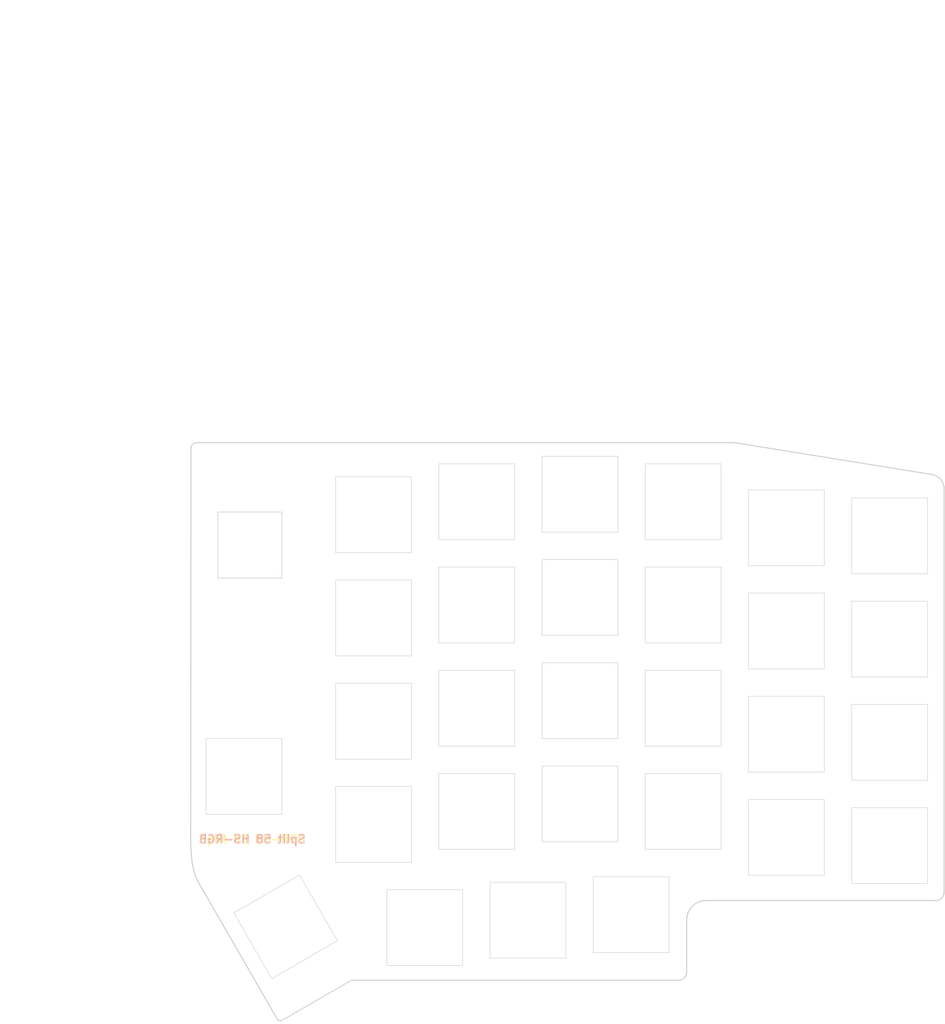
<source format=kicad_pcb>
(kicad_pcb (version 20171130) (host pcbnew "(5.1.6)-1")

  (general
    (thickness 1.6)
    (drawings 64)
    (tracks 0)
    (zones 0)
    (modules 35)
    (nets 2)
  )

  (page A4)
  (title_block
    (title "(Not!)Lily58")
    (date 2020-11-12)
    (rev 0.9)
    (company "Markus Knutsson <markus.knutsson@tweety.se>")
    (comment 1 https://github.com/TweetyDaBird)
    (comment 2 "Licensed under CERN-OHL-S v2 or any superseding version")
  )

  (layers
    (0 F.Cu signal)
    (31 B.Cu signal)
    (32 B.Adhes user)
    (33 F.Adhes user)
    (34 B.Paste user)
    (35 F.Paste user)
    (36 B.SilkS user)
    (37 F.SilkS user)
    (38 B.Mask user)
    (39 F.Mask user)
    (40 Dwgs.User user)
    (41 Cmts.User user)
    (42 Eco1.User user)
    (43 Eco2.User user)
    (44 Edge.Cuts user)
    (45 Margin user)
    (46 B.CrtYd user)
    (47 F.CrtYd user)
    (48 B.Fab user)
    (49 F.Fab user)
  )

  (setup
    (last_trace_width 0.25)
    (user_trace_width 2.5)
    (trace_clearance 0.2)
    (zone_clearance 0.508)
    (zone_45_only no)
    (trace_min 0.2)
    (via_size 0.6096)
    (via_drill 0.3048)
    (via_min_size 0.4)
    (via_min_drill 0.3)
    (uvia_size 0.3)
    (uvia_drill 0.1)
    (uvias_allowed no)
    (uvia_min_size 0.2)
    (uvia_min_drill 0.1)
    (edge_width 0.15)
    (segment_width 0.2)
    (pcb_text_width 0.3)
    (pcb_text_size 1.5 1.5)
    (mod_edge_width 0.15)
    (mod_text_size 1 1)
    (mod_text_width 0.15)
    (pad_size 1.397 1.397)
    (pad_drill 0.8128)
    (pad_to_mask_clearance 0.2)
    (aux_axis_origin 76.0603 36.6903)
    (visible_elements 7FFFFF7F)
    (pcbplotparams
      (layerselection 0x010f0_ffffffff)
      (usegerberextensions true)
      (usegerberattributes false)
      (usegerberadvancedattributes false)
      (creategerberjobfile false)
      (excludeedgelayer true)
      (linewidth 0.100000)
      (plotframeref false)
      (viasonmask false)
      (mode 1)
      (useauxorigin false)
      (hpglpennumber 1)
      (hpglpenspeed 20)
      (hpglpendiameter 15.000000)
      (psnegative false)
      (psa4output false)
      (plotreference true)
      (plotvalue true)
      (plotinvisibletext false)
      (padsonsilk false)
      (subtractmaskfromsilk true)
      (outputformat 1)
      (mirror false)
      (drillshape 0)
      (scaleselection 1)
      (outputdirectory "../gerber/"))
  )

  (net 0 "")
  (net 1 GND)

  (net_class Default "これは標準のネット クラスです。"
    (clearance 0.2)
    (trace_width 0.25)
    (via_dia 0.6096)
    (via_drill 0.3048)
    (uvia_dia 0.3)
    (uvia_drill 0.1)
  )

  (net_class GND ""
    (clearance 0.2)
    (trace_width 0.5)
    (via_dia 0.8128)
    (via_drill 0.3048)
    (uvia_dia 0.3)
    (uvia_drill 0.1)
  )

  (net_class VCC ""
    (clearance 0.2)
    (trace_width 0.5)
    (via_dia 0.8128)
    (via_drill 0.3048)
    (uvia_dia 0.3)
    (uvia_drill 0.1)
  )

  (module "Keyboard Library:Cherry_MX_Plate_Hole_Placeholder" (layer F.Cu) (tedit 5FD3380A) (tstamp 5D2E3A3E)
    (at 114.4 88.1)
    (descr "MX-style keyswitch with reversible Kailh socket mount")
    (tags MX,cherry,gateron,kailh,pg1511,socket)
    (path /5B7250AD)
    (fp_text reference SW13 (at -0.127 8.382) (layer F.SilkS) hide
      (effects (font (size 1 1) (thickness 0.15)))
    )
    (fp_text value SW_PUSH (at 0.0254 -8.255) (layer F.Fab) hide
      (effects (font (size 1 1) (thickness 0.15)))
    )
    (fp_text user %V (at 0 -8.255 180) (layer B.Fab) hide
      (effects (font (size 1 1) (thickness 0.15)) (justify mirror))
    )
    (fp_line (start -7 7) (end -7 -7) (layer Edge.Cuts) (width 0.1))
    (fp_line (start 7 7) (end -7 7) (layer Edge.Cuts) (width 0.1))
    (fp_line (start 7 7) (end 7 -7) (layer Edge.Cuts) (width 0.1))
    (fp_line (start 7 -7) (end -7.000122 -7.000057) (layer Edge.Cuts) (width 0.1))
  )

  (module "Keyboard Library:Cherry_MX_Plate_Hole_Placeholder" (layer F.Cu) (tedit 5FD3380A) (tstamp 5D2E3B8E)
    (at 161.95 123.8)
    (descr "MX-style keyswitch with reversible Kailh socket mount")
    (tags MX,cherry,gateron,kailh,pg1511,socket)
    (path /5B73449B)
    (fp_text reference SW29 (at -0.127 8.382) (layer F.SilkS) hide
      (effects (font (size 1 1) (thickness 0.15)))
    )
    (fp_text value SW_PUSH (at 0.0254 -8.255) (layer F.Fab) hide
      (effects (font (size 1 1) (thickness 0.15)))
    )
    (fp_text user %V (at 0 -8.255 180) (layer B.Fab) hide
      (effects (font (size 1 1) (thickness 0.15)) (justify mirror))
    )
    (fp_line (start -7 7) (end -7 -7) (layer Edge.Cuts) (width 0.1))
    (fp_line (start 7 7) (end -7 7) (layer Edge.Cuts) (width 0.1))
    (fp_line (start 7 7) (end 7 -7) (layer Edge.Cuts) (width 0.1))
    (fp_line (start 7 -7) (end -7.000122 -7.000057) (layer Edge.Cuts) (width 0.1))
  )

  (module "Keyboard Library:Cherry_MX_Plate_Hole_Placeholder" (layer F.Cu) (tedit 5FD3380A) (tstamp 5D2E39EA)
    (at 152.5 65.26)
    (descr "MX-style keyswitch with reversible Kailh socket mount")
    (tags MX,cherry,gateron,kailh,pg1511,socket)
    (path /5B723731)
    (fp_text reference SW9 (at -0.127 8.382) (layer F.SilkS) hide
      (effects (font (size 1 1) (thickness 0.15)))
    )
    (fp_text value SW_PUSH (at 0.0254 -8.255) (layer F.Fab) hide
      (effects (font (size 1 1) (thickness 0.15)))
    )
    (fp_text user %V (at 0 -8.255 180) (layer B.Fab) hide
      (effects (font (size 1 1) (thickness 0.15)) (justify mirror))
    )
    (fp_line (start -7 7) (end -7 -7) (layer Edge.Cuts) (width 0.1))
    (fp_line (start 7 7) (end -7 7) (layer Edge.Cuts) (width 0.1))
    (fp_line (start 7 7) (end 7 -7) (layer Edge.Cuts) (width 0.1))
    (fp_line (start 7 -7) (end -7.000122 -7.000057) (layer Edge.Cuts) (width 0.1))
  )

  (module "Keyboard Library:Cherry_MX_Plate_Hole_Placeholder" (layer F.Cu) (tedit 5FD3380A) (tstamp 5D2E39D5)
    (at 133.45 66.65)
    (descr "MX-style keyswitch with reversible Kailh socket mount")
    (tags MX,cherry,gateron,kailh,pg1511,socket)
    (path /5B723388)
    (fp_text reference SW8 (at -0.127 8.382) (layer F.SilkS) hide
      (effects (font (size 1 1) (thickness 0.15)))
    )
    (fp_text value SW_PUSH (at 0.0254 -8.255) (layer F.Fab) hide
      (effects (font (size 1 1) (thickness 0.15)))
    )
    (fp_text user %V (at 0 -8.255 180) (layer B.Fab) hide
      (effects (font (size 1 1) (thickness 0.15)) (justify mirror))
    )
    (fp_line (start -7 7) (end -7 -7) (layer Edge.Cuts) (width 0.1))
    (fp_line (start 7 7) (end -7 7) (layer Edge.Cuts) (width 0.1))
    (fp_line (start 7 7) (end 7 -7) (layer Edge.Cuts) (width 0.1))
    (fp_line (start 7 -7) (end -7.000122 -7.000057) (layer Edge.Cuts) (width 0.1))
  )

  (module "Keyboard Library:Cherry_MX_Plate_Hole_Placeholder" (layer F.Cu) (tedit 5FD3380A) (tstamp 5D2E3A14)
    (at 190.6 71.45)
    (descr "MX-style keyswitch with reversible Kailh socket mount")
    (tags MX,cherry,gateron,kailh,pg1511,socket)
    (path /5B72387D)
    (fp_text reference SW11 (at -0.127 8.382) (layer F.SilkS) hide
      (effects (font (size 1 1) (thickness 0.15)))
    )
    (fp_text value SW_PUSH (at 0.0254 -8.255) (layer F.Fab) hide
      (effects (font (size 1 1) (thickness 0.15)))
    )
    (fp_text user %V (at 0 -8.255 180) (layer B.Fab) hide
      (effects (font (size 1 1) (thickness 0.15)) (justify mirror))
    )
    (fp_line (start -7 7) (end -7 -7) (layer Edge.Cuts) (width 0.1))
    (fp_line (start 7 7) (end -7 7) (layer Edge.Cuts) (width 0.1))
    (fp_line (start 7 7) (end 7 -7) (layer Edge.Cuts) (width 0.1))
    (fp_line (start 7 -7) (end -7.000122 -7.000057) (layer Edge.Cuts) (width 0.1))
  )

  (module "Keyboard Library:Cherry_MX_Plate_Hole_Placeholder" (layer F.Cu) (tedit 5FD3380A) (tstamp 5D2E39C0)
    (at 114.4 69.05)
    (descr "MX-style keyswitch with reversible Kailh socket mount")
    (tags MX,cherry,gateron,kailh,pg1511,socket)
    (path /5B723C9D)
    (fp_text reference SW7 (at -0.127 8.382) (layer F.SilkS) hide
      (effects (font (size 1 1) (thickness 0.15)))
    )
    (fp_text value SW_PUSH (at 0.0254 -8.255) (layer F.Fab) hide
      (effects (font (size 1 1) (thickness 0.15)))
    )
    (fp_text user %V (at 0 -8.255 180) (layer B.Fab) hide
      (effects (font (size 1 1) (thickness 0.15)) (justify mirror))
    )
    (fp_line (start -7 7) (end -7 -7) (layer Edge.Cuts) (width 0.1))
    (fp_line (start 7 7) (end -7 7) (layer Edge.Cuts) (width 0.1))
    (fp_line (start 7 7) (end 7 -7) (layer Edge.Cuts) (width 0.1))
    (fp_line (start 7 -7) (end -7.000122 -7.000057) (layer Edge.Cuts) (width 0.1))
  )

  (module "Keyboard Library:Cherry_MX_Plate_Hole_Placeholder" (layer F.Cu) (tedit 5FD3380A) (tstamp 5D2E3A68)
    (at 152.5 84.31)
    (descr "MX-style keyswitch with reversible Kailh socket mount")
    (tags MX,cherry,gateron,kailh,pg1511,socket)
    (path /5B7251BF)
    (fp_text reference SW15 (at -0.127 8.382) (layer F.SilkS) hide
      (effects (font (size 1 1) (thickness 0.15)))
    )
    (fp_text value SW_PUSH (at 0.0254 -8.255) (layer F.Fab) hide
      (effects (font (size 1 1) (thickness 0.15)))
    )
    (fp_text user %V (at 0 -8.255 180) (layer B.Fab) hide
      (effects (font (size 1 1) (thickness 0.15)) (justify mirror))
    )
    (fp_line (start -7 7) (end -7 -7) (layer Edge.Cuts) (width 0.1))
    (fp_line (start 7 7) (end -7 7) (layer Edge.Cuts) (width 0.1))
    (fp_line (start 7 7) (end 7 -7) (layer Edge.Cuts) (width 0.1))
    (fp_line (start 7 -7) (end -7.000122 -7.000057) (layer Edge.Cuts) (width 0.1))
  )

  (module "Keyboard Library:Cherry_MX_Plate_Hole_Placeholder" (layer F.Cu) (tedit 5FD3380A) (tstamp 5D2E3ABC)
    (at 114.4 107.15)
    (descr "MX-style keyswitch with reversible Kailh socket mount")
    (tags MX,cherry,gateron,kailh,pg1511,socket)
    (path /5B727312)
    (fp_text reference SW19 (at -0.127 8.382) (layer F.SilkS) hide
      (effects (font (size 1 1) (thickness 0.15)))
    )
    (fp_text value SW_PUSH (at 0.0254 -8.255) (layer F.Fab) hide
      (effects (font (size 1 1) (thickness 0.15)))
    )
    (fp_text user %V (at 0 -8.255 180) (layer B.Fab) hide
      (effects (font (size 1 1) (thickness 0.15)) (justify mirror))
    )
    (fp_line (start -7 7) (end -7 -7) (layer Edge.Cuts) (width 0.1))
    (fp_line (start 7 7) (end -7 7) (layer Edge.Cuts) (width 0.1))
    (fp_line (start 7 7) (end 7 -7) (layer Edge.Cuts) (width 0.1))
    (fp_line (start 7 -7) (end -7.000122 -7.000057) (layer Edge.Cuts) (width 0.1))
  )

  (module "Keyboard Library:Cherry_MX_Plate_Hole_Placeholder" (layer F.Cu) (tedit 5FD3380A) (tstamp 5D2E3B10)
    (at 190.6 109.55)
    (descr "MX-style keyswitch with reversible Kailh socket mount")
    (tags MX,cherry,gateron,kailh,pg1511,socket)
    (path /5B7270F6)
    (fp_text reference SW23 (at -0.127 8.382) (layer F.SilkS) hide
      (effects (font (size 1 1) (thickness 0.15)))
    )
    (fp_text value SW_PUSH (at 0.0254 -8.255) (layer F.Fab) hide
      (effects (font (size 1 1) (thickness 0.15)))
    )
    (fp_text user %V (at 0 -8.255 180) (layer B.Fab) hide
      (effects (font (size 1 1) (thickness 0.15)) (justify mirror))
    )
    (fp_line (start -7 7) (end -7 -7) (layer Edge.Cuts) (width 0.1))
    (fp_line (start 7 7) (end -7 7) (layer Edge.Cuts) (width 0.1))
    (fp_line (start 7 7) (end 7 -7) (layer Edge.Cuts) (width 0.1))
    (fp_line (start 7 -7) (end -7.000122 -7.000057) (layer Edge.Cuts) (width 0.1))
  )

  (module "Keyboard Library:Cherry_MX_Plate_Hole_Placeholder" (layer F.Cu) (tedit 5FD3380A) (tstamp 5D2E3A53)
    (at 133.45 85.7)
    (descr "MX-style keyswitch with reversible Kailh socket mount")
    (tags MX,cherry,gateron,kailh,pg1511,socket)
    (path /5B725133)
    (fp_text reference SW14 (at -0.127 8.382) (layer F.SilkS) hide
      (effects (font (size 1 1) (thickness 0.15)))
    )
    (fp_text value SW_PUSH (at 0.0254 -8.255) (layer F.Fab) hide
      (effects (font (size 1 1) (thickness 0.15)))
    )
    (fp_text user %V (at 0 -8.255 180) (layer B.Fab) hide
      (effects (font (size 1 1) (thickness 0.15)) (justify mirror))
    )
    (fp_line (start -7 7) (end -7 -7) (layer Edge.Cuts) (width 0.1))
    (fp_line (start 7 7) (end -7 7) (layer Edge.Cuts) (width 0.1))
    (fp_line (start 7 7) (end 7 -7) (layer Edge.Cuts) (width 0.1))
    (fp_line (start 7 -7) (end -7.000122 -7.000057) (layer Edge.Cuts) (width 0.1))
  )

  (module "Keyboard Library:Cherry_MX_Plate_Hole_Placeholder" (layer F.Cu) (tedit 5FD3380A) (tstamp 5D2E39FF)
    (at 171.55 66.65)
    (descr "MX-style keyswitch with reversible Kailh socket mount")
    (tags MX,cherry,gateron,kailh,pg1511,socket)
    (path /5B7237A6)
    (fp_text reference SW10 (at -0.127 8.382) (layer F.SilkS) hide
      (effects (font (size 1 1) (thickness 0.15)))
    )
    (fp_text value SW_PUSH (at 0.0254 -8.255) (layer F.Fab) hide
      (effects (font (size 1 1) (thickness 0.15)))
    )
    (fp_text user %V (at 0 -8.255 180) (layer B.Fab) hide
      (effects (font (size 1 1) (thickness 0.15)) (justify mirror))
    )
    (fp_line (start -7 7) (end -7 -7) (layer Edge.Cuts) (width 0.1))
    (fp_line (start 7 7) (end -7 7) (layer Edge.Cuts) (width 0.1))
    (fp_line (start 7 7) (end 7 -7) (layer Edge.Cuts) (width 0.1))
    (fp_line (start 7 -7) (end -7.000122 -7.000057) (layer Edge.Cuts) (width 0.1))
  )

  (module "Keyboard Library:Cherry_MX_Plate_Hole_Placeholder" (layer F.Cu) (tedit 5FD3380A) (tstamp 5D2E3AD1)
    (at 133.45 104.75)
    (descr "MX-style keyswitch with reversible Kailh socket mount")
    (tags MX,cherry,gateron,kailh,pg1511,socket)
    (path /5B727256)
    (fp_text reference SW20 (at -0.127 8.382) (layer F.SilkS) hide
      (effects (font (size 1 1) (thickness 0.15)))
    )
    (fp_text value SW_PUSH (at 0.0254 -8.255) (layer F.Fab) hide
      (effects (font (size 1 1) (thickness 0.15)))
    )
    (fp_text user %V (at 0 -8.255 180) (layer B.Fab) hide
      (effects (font (size 1 1) (thickness 0.15)) (justify mirror))
    )
    (fp_line (start -7 7) (end -7 -7) (layer Edge.Cuts) (width 0.1))
    (fp_line (start 7 7) (end -7 7) (layer Edge.Cuts) (width 0.1))
    (fp_line (start 7 7) (end 7 -7) (layer Edge.Cuts) (width 0.1))
    (fp_line (start 7 -7) (end -7.000122 -7.000057) (layer Edge.Cuts) (width 0.1))
  )

  (module "Keyboard Library:Cherry_MX_Plate_Hole_Placeholder" (layer F.Cu) (tedit 5FD3380A) (tstamp 5D2E3AE6)
    (at 152.5 103.36)
    (descr "MX-style keyswitch with reversible Kailh socket mount")
    (tags MX,cherry,gateron,kailh,pg1511,socket)
    (path /5B726F89)
    (fp_text reference SW21 (at -0.127 8.382) (layer F.SilkS) hide
      (effects (font (size 1 1) (thickness 0.15)))
    )
    (fp_text value SW_PUSH (at 0.0254 -8.255) (layer F.Fab) hide
      (effects (font (size 1 1) (thickness 0.15)))
    )
    (fp_text user %V (at 0 -8.255 180) (layer B.Fab) hide
      (effects (font (size 1 1) (thickness 0.15)) (justify mirror))
    )
    (fp_line (start -7 7) (end -7 -7) (layer Edge.Cuts) (width 0.1))
    (fp_line (start 7 7) (end -7 7) (layer Edge.Cuts) (width 0.1))
    (fp_line (start 7 7) (end 7 -7) (layer Edge.Cuts) (width 0.1))
    (fp_line (start 7 -7) (end -7.000122 -7.000057) (layer Edge.Cuts) (width 0.1))
  )

  (module "Keyboard Library:Cherry_MX_Plate_Hole_Placeholder" (layer F.Cu) (tedit 5FD3380A) (tstamp 5FB39990)
    (at 171.55 85.7)
    (descr "MX-style keyswitch with reversible Kailh socket mount")
    (tags MX,cherry,gateron,kailh,pg1511,socket)
    (path /5B72524E)
    (fp_text reference SW16 (at -0.127 8.382) (layer F.SilkS) hide
      (effects (font (size 1 1) (thickness 0.15)))
    )
    (fp_text value SW_PUSH (at 0.0254 -8.255) (layer F.Fab) hide
      (effects (font (size 1 1) (thickness 0.15)))
    )
    (fp_text user %V (at 0 -8.255 180) (layer B.Fab) hide
      (effects (font (size 1 1) (thickness 0.15)) (justify mirror))
    )
    (fp_line (start -7 7) (end -7 -7) (layer Edge.Cuts) (width 0.1))
    (fp_line (start 7 7) (end -7 7) (layer Edge.Cuts) (width 0.1))
    (fp_line (start 7 7) (end 7 -7) (layer Edge.Cuts) (width 0.1))
    (fp_line (start 7 -7) (end -7.000122 -7.000057) (layer Edge.Cuts) (width 0.1))
  )

  (module "Keyboard Library:Cherry_MX_Plate_Hole_Placeholder" (layer F.Cu) (tedit 5FD3380A) (tstamp 5D2E3AFB)
    (at 171.55 104.75)
    (descr "MX-style keyswitch with reversible Kailh socket mount")
    (tags MX,cherry,gateron,kailh,pg1511,socket)
    (path /5B727035)
    (fp_text reference SW22 (at -0.127 8.382) (layer F.SilkS) hide
      (effects (font (size 1 1) (thickness 0.15)))
    )
    (fp_text value SW_PUSH (at 0.0254 -8.255) (layer F.Fab) hide
      (effects (font (size 1 1) (thickness 0.15)))
    )
    (fp_text user %V (at 0 -8.255 180) (layer B.Fab) hide
      (effects (font (size 1 1) (thickness 0.15)) (justify mirror))
    )
    (fp_line (start -7 7) (end -7 -7) (layer Edge.Cuts) (width 0.1))
    (fp_line (start 7 7) (end -7 7) (layer Edge.Cuts) (width 0.1))
    (fp_line (start 7 7) (end 7 -7) (layer Edge.Cuts) (width 0.1))
    (fp_line (start 7 -7) (end -7.000122 -7.000057) (layer Edge.Cuts) (width 0.1))
  )

  (module "Keyboard Library:Cherry_MX_Plate_Hole_Placeholder" (layer F.Cu) (tedit 5FD3380A) (tstamp 5D2E3B79)
    (at 142.8977 124.8283)
    (descr "MX-style keyswitch with reversible Kailh socket mount")
    (tags MX,cherry,gateron,kailh,pg1511,socket)
    (path /5B734347)
    (fp_text reference SW28 (at -0.127 8.382) (layer F.SilkS) hide
      (effects (font (size 1 1) (thickness 0.15)))
    )
    (fp_text value SW_PUSH (at 0.0254 -8.255) (layer F.Fab) hide
      (effects (font (size 1 1) (thickness 0.15)))
    )
    (fp_text user %V (at 0 -8.255 180) (layer B.Fab) hide
      (effects (font (size 1 1) (thickness 0.15)) (justify mirror))
    )
    (fp_line (start -7 7) (end -7 -7) (layer Edge.Cuts) (width 0.1))
    (fp_line (start 7 7) (end -7 7) (layer Edge.Cuts) (width 0.1))
    (fp_line (start 7 7) (end 7 -7) (layer Edge.Cuts) (width 0.1))
    (fp_line (start 7 -7) (end -7.000122 -7.000057) (layer Edge.Cuts) (width 0.1))
  )

  (module "Keyboard Library:Cherry_MX_Plate_Hole_Placeholder" (layer F.Cu) (tedit 5FD3380A) (tstamp 5D2E3B64)
    (at 123.85 126.2)
    (descr "MX-style keyswitch with reversible Kailh socket mount")
    (tags MX,cherry,gateron,kailh,pg1511,socket)
    (path /5B7293B0)
    (fp_text reference SW27 (at -0.127 8.382) (layer F.SilkS) hide
      (effects (font (size 1 1) (thickness 0.15)))
    )
    (fp_text value SW_PUSH (at 0.0254 -8.255) (layer F.Fab) hide
      (effects (font (size 1 1) (thickness 0.15)))
    )
    (fp_text user %V (at 0 -8.255 180) (layer B.Fab) hide
      (effects (font (size 1 1) (thickness 0.15)) (justify mirror))
    )
    (fp_line (start -7 7) (end -7 -7) (layer Edge.Cuts) (width 0.1))
    (fp_line (start 7 7) (end -7 7) (layer Edge.Cuts) (width 0.1))
    (fp_line (start 7 7) (end 7 -7) (layer Edge.Cuts) (width 0.1))
    (fp_line (start 7 -7) (end -7.000122 -7.000057) (layer Edge.Cuts) (width 0.1))
  )

  (module "Keyboard Library:Cherry_MX_Plate_Hole_Placeholder" (layer F.Cu) (tedit 5FD3380A) (tstamp 5D2E39AB)
    (at 209.65 53.9)
    (descr "MX-style keyswitch with reversible Kailh socket mount")
    (tags MX,cherry,gateron,kailh,pg1511,socket)
    (path /5B722CA9)
    (fp_text reference SW6 (at -0.127 8.382) (layer F.SilkS) hide
      (effects (font (size 1 1) (thickness 0.15)))
    )
    (fp_text value SW_PUSH (at 0.0254 -8.255) (layer F.Fab) hide
      (effects (font (size 1 1) (thickness 0.15)))
    )
    (fp_text user %V (at 0 -8.255 180) (layer B.Fab) hide
      (effects (font (size 1 1) (thickness 0.15)) (justify mirror))
    )
    (fp_line (start -7 7) (end -7 -7) (layer Edge.Cuts) (width 0.1))
    (fp_line (start 7 7) (end -7 7) (layer Edge.Cuts) (width 0.1))
    (fp_line (start 7 7) (end 7 -7) (layer Edge.Cuts) (width 0.1))
    (fp_line (start 7 -7) (end -7.000122 -7.000057) (layer Edge.Cuts) (width 0.1))
  )

  (module "Keyboard Library:Cherry_MX_Plate_Hole_Placeholder" (layer F.Cu) (tedit 5FD3380A) (tstamp 5FD2C7F5)
    (at 190.6 52.4)
    (descr "MX-style keyswitch with reversible Kailh socket mount")
    (tags MX,cherry,gateron,kailh,pg1511,socket)
    (path /5B722B51)
    (fp_text reference SW5 (at -0.127 8.382) (layer F.SilkS) hide
      (effects (font (size 1 1) (thickness 0.15)))
    )
    (fp_text value SW_PUSH (at 0.0254 -8.255) (layer F.Fab) hide
      (effects (font (size 1 1) (thickness 0.15)))
    )
    (fp_text user %V (at 0 -8.255 180) (layer B.Fab) hide
      (effects (font (size 1 1) (thickness 0.15)) (justify mirror))
    )
    (fp_line (start -7 7) (end -7 -7) (layer Edge.Cuts) (width 0.1))
    (fp_line (start 7 7) (end -7 7) (layer Edge.Cuts) (width 0.1))
    (fp_line (start 7 7) (end 7 -7) (layer Edge.Cuts) (width 0.1))
    (fp_line (start 7 -7) (end -7.000122 -7.000057) (layer Edge.Cuts) (width 0.1))
  )

  (module "Keyboard Library:Cherry_MX_Plate_Hole_Placeholder" (layer F.Cu) (tedit 5FD3380A) (tstamp 5FAC4603)
    (at 209.65 111.05)
    (descr "MX-style keyswitch with reversible Kailh socket mount")
    (tags MX,cherry,gateron,kailh,pg1511,socket)
    (path /5B7271A5)
    (fp_text reference SW24 (at -0.127 8.382) (layer F.SilkS) hide
      (effects (font (size 1 1) (thickness 0.15)))
    )
    (fp_text value SW_PUSH (at 0.0254 -8.255) (layer F.Fab) hide
      (effects (font (size 1 1) (thickness 0.15)))
    )
    (fp_text user %V (at 0 -8.255 180) (layer B.Fab) hide
      (effects (font (size 1 1) (thickness 0.15)) (justify mirror))
    )
    (fp_line (start -7 7) (end -7 -7) (layer Edge.Cuts) (width 0.1))
    (fp_line (start 7 7) (end -7 7) (layer Edge.Cuts) (width 0.1))
    (fp_line (start 7 7) (end 7 -7) (layer Edge.Cuts) (width 0.1))
    (fp_line (start 7 -7) (end -7.000122 -7.000057) (layer Edge.Cuts) (width 0.1))
  )

  (module "Keyboard Library:Cherry_MX_Plate_Hole_Placeholder" (layer F.Cu) (tedit 5FD3380A) (tstamp 5D2E3AA7)
    (at 209.65 92)
    (descr "MX-style keyswitch with reversible Kailh socket mount")
    (tags MX,cherry,gateron,kailh,pg1511,socket)
    (path /5B725398)
    (fp_text reference SW18 (at -0.127 8.382) (layer F.SilkS) hide
      (effects (font (size 1 1) (thickness 0.15)))
    )
    (fp_text value SW_PUSH (at 0.0254 -8.255) (layer F.Fab) hide
      (effects (font (size 1 1) (thickness 0.15)))
    )
    (fp_text user %V (at 0 -8.255 180) (layer B.Fab) hide
      (effects (font (size 1 1) (thickness 0.15)) (justify mirror))
    )
    (fp_line (start -7 7) (end -7 -7) (layer Edge.Cuts) (width 0.1))
    (fp_line (start 7 7) (end -7 7) (layer Edge.Cuts) (width 0.1))
    (fp_line (start 7 7) (end 7 -7) (layer Edge.Cuts) (width 0.1))
    (fp_line (start 7 -7) (end -7.000122 -7.000057) (layer Edge.Cuts) (width 0.1))
  )

  (module "Keyboard Library:RotaryEncoder_PlateHole_Placeholder" (layer F.Cu) (tedit 5FD33B2B) (tstamp 5FBCC9BC)
    (at 91.567 55.594 270)
    (descr "Alps rotary encoder, EC12E... with switch, vertical shaft, http://www.alps.com/prod/info/E/HTML/Encoder/Incremental/EC11/EC11E15204A3.html")
    (tags "rotary encoder")
    (path /5FAEDC34)
    (fp_text reference SW30 (at -4.7 -7.2 90) (layer F.Fab) hide
      (effects (font (size 1 1) (thickness 0.15)))
    )
    (fp_text value Rotary_Encoder_Switch (at 0 7.9 90) (layer F.Fab) hide
      (effects (font (size 1 1) (thickness 0.15)))
    )
    (fp_line (start 6.1 -5.9) (end 6.1 5.9) (layer Edge.Cuts) (width 0.12))
    (fp_line (start -6.1 -5.9) (end -6.1 5.9) (layer Edge.Cuts) (width 0.12))
    (fp_line (start 6.1 -5.9) (end -6.1 -5.9) (layer Edge.Cuts) (width 0.12))
    (fp_line (start 6.1 5.9) (end -6.1 5.9) (layer Edge.Cuts) (width 0.12))
    (model ${KISYS3DMOD}/Rotary_Encoder.3dshapes/RotaryEncoder_Alps_EC11E-Switch_Vertical_H20mm.wrl
      (at (xyz 0 0 0))
      (scale (xyz 1 1 1))
      (rotate (xyz 0 0 0))
    )
  )

  (module "Keyboard Library:Cherry_MX_Plate_Hole_Placeholder" (layer F.Cu) (tedit 5FD3380A) (tstamp 5FB1EE42)
    (at 98.171 126.0475 300)
    (descr "MX-style keyswitch with reversible Kailh socket mount")
    (tags MX,cherry,gateron,kailh,pg1511,socket)
    (path /5B722582)
    (fp_text reference SW26 (at -0.127 8.382 120) (layer F.SilkS) hide
      (effects (font (size 1 1) (thickness 0.15)))
    )
    (fp_text value SW_PUSH (at 0.0254 -8.255 120) (layer F.Fab) hide
      (effects (font (size 1 1) (thickness 0.15)))
    )
    (fp_text user %V (at 0 -8.255 300) (layer B.Fab) hide
      (effects (font (size 1 1) (thickness 0.15)) (justify mirror))
    )
    (fp_line (start -7 7) (end -7 -7) (layer Edge.Cuts) (width 0.1))
    (fp_line (start 7 7) (end -7 7) (layer Edge.Cuts) (width 0.1))
    (fp_line (start 7 7) (end 7 -7) (layer Edge.Cuts) (width 0.1))
    (fp_line (start 7 -7) (end -7.000122 -7.000057) (layer Edge.Cuts) (width 0.1))
  )

  (module "Keyboard Library:Cherry_MX_Plate_Hole_Placeholder" (layer F.Cu) (tedit 5FD3380A) (tstamp 5FD33C8B)
    (at 190.6 90.5)
    (descr "MX-style keyswitch with reversible Kailh socket mount")
    (tags MX,cherry,gateron,kailh,pg1511,socket)
    (path /5B72387D)
    (fp_text reference SW11 (at -0.127 8.382) (layer F.SilkS) hide
      (effects (font (size 1 1) (thickness 0.15)))
    )
    (fp_text value SW_PUSH (at 0.0254 -8.255) (layer F.Fab) hide
      (effects (font (size 1 1) (thickness 0.15)))
    )
    (fp_text user %V (at 0 -8.255 180) (layer B.Fab) hide
      (effects (font (size 1 1) (thickness 0.15)) (justify mirror))
    )
    (fp_line (start -7 7) (end -7 -7) (layer Edge.Cuts) (width 0.1))
    (fp_line (start 7 7) (end -7 7) (layer Edge.Cuts) (width 0.1))
    (fp_line (start 7 7) (end 7 -7) (layer Edge.Cuts) (width 0.1))
    (fp_line (start 7 -7) (end -7.000122 -7.000057) (layer Edge.Cuts) (width 0.1))
  )

  (module "Keyboard Library:Cherry_MX_Plate_Hole_Placeholder" (layer F.Cu) (tedit 5FD3380A) (tstamp 5D2EB223)
    (at 114.4 50)
    (descr "MX-style keyswitch with reversible Kailh socket mount")
    (tags MX,cherry,gateron,kailh,pg1511,socket)
    (path /5B7225DA)
    (fp_text reference SW1 (at -0.127 8.382) (layer F.SilkS) hide
      (effects (font (size 1 1) (thickness 0.15)))
    )
    (fp_text value SW_PUSH (at 0.0254 -8.255) (layer F.Fab) hide
      (effects (font (size 1 1) (thickness 0.15)))
    )
    (fp_text user %V (at 0 -8.255 180) (layer B.Fab) hide
      (effects (font (size 1 1) (thickness 0.15)) (justify mirror))
    )
    (fp_line (start -7 7) (end -7 -7) (layer Edge.Cuts) (width 0.1))
    (fp_line (start 7 7) (end -7 7) (layer Edge.Cuts) (width 0.1))
    (fp_line (start 7 7) (end 7 -7) (layer Edge.Cuts) (width 0.1))
    (fp_line (start 7 -7) (end -7.000122 -7.000057) (layer Edge.Cuts) (width 0.1))
  )

  (module "Keyboard Library:Cherry_MX_Plate_Hole_Placeholder" (layer F.Cu) (tedit 5FD3380A) (tstamp 5FAC2AEB)
    (at 90.4748 98.2853)
    (descr "MX-style keyswitch with reversible Kailh socket mount")
    (tags MX,cherry,gateron,kailh,pg1511,socket)
    (path /5B722503)
    (fp_text reference SW25 (at -0.127 8.382) (layer F.SilkS) hide
      (effects (font (size 1 1) (thickness 0.15)))
    )
    (fp_text value SW_PUSH (at 0.0254 -8.255) (layer F.Fab) hide
      (effects (font (size 1 1) (thickness 0.15)))
    )
    (fp_text user %V (at 0 -8.255 180) (layer B.Fab) hide
      (effects (font (size 1 1) (thickness 0.15)) (justify mirror))
    )
    (fp_line (start -7 7) (end -7 -7) (layer Edge.Cuts) (width 0.1))
    (fp_line (start 7 7) (end -7 7) (layer Edge.Cuts) (width 0.1))
    (fp_line (start 7 7) (end 7 -7) (layer Edge.Cuts) (width 0.1))
    (fp_line (start 7 -7) (end -7.000122 -7.000057) (layer Edge.Cuts) (width 0.1))
  )

  (module "Keyboard Library:Cherry_MX_Plate_Hole_Placeholder" (layer F.Cu) (tedit 5FD3380A) (tstamp 5D2E3A29)
    (at 209.65 72.95)
    (descr "MX-style keyswitch with reversible Kailh socket mount")
    (tags MX,cherry,gateron,kailh,pg1511,socket)
    (path /5B723AD3)
    (fp_text reference SW12 (at -0.127 8.382) (layer F.SilkS) hide
      (effects (font (size 1 1) (thickness 0.15)))
    )
    (fp_text value SW_PUSH (at 0.0254 -8.255) (layer F.Fab) hide
      (effects (font (size 1 1) (thickness 0.15)))
    )
    (fp_text user %V (at 0 -8.255 180) (layer B.Fab) hide
      (effects (font (size 1 1) (thickness 0.15)) (justify mirror))
    )
    (fp_line (start -7 7) (end -7 -7) (layer Edge.Cuts) (width 0.1))
    (fp_line (start 7 7) (end -7 7) (layer Edge.Cuts) (width 0.1))
    (fp_line (start 7 7) (end 7 -7) (layer Edge.Cuts) (width 0.1))
    (fp_line (start 7 -7) (end -7.000122 -7.000057) (layer Edge.Cuts) (width 0.1))
  )

  (module "Keyboard Library:Cherry_MX_Plate_Hole_Placeholder" (layer F.Cu) (tedit 5FD3380A) (tstamp 5D2E3981)
    (at 171.55 47.6)
    (descr "MX-style keyswitch with reversible Kailh socket mount")
    (tags MX,cherry,gateron,kailh,pg1511,socket)
    (path /5B722A11)
    (fp_text reference SW4 (at -0.127 8.382) (layer F.SilkS) hide
      (effects (font (size 1 1) (thickness 0.15)))
    )
    (fp_text value SW_PUSH (at 0.0254 -8.255) (layer F.Fab) hide
      (effects (font (size 1 1) (thickness 0.15)))
    )
    (fp_text user %V (at 0 -8.255 180) (layer B.Fab) hide
      (effects (font (size 1 1) (thickness 0.15)) (justify mirror))
    )
    (fp_line (start -7 7) (end -7 -7) (layer Edge.Cuts) (width 0.1))
    (fp_line (start 7 7) (end -7 7) (layer Edge.Cuts) (width 0.1))
    (fp_line (start 7 7) (end 7 -7) (layer Edge.Cuts) (width 0.1))
    (fp_line (start 7 -7) (end -7.000122 -7.000057) (layer Edge.Cuts) (width 0.1))
  )

  (module "Keyboard Library:Cherry_MX_Plate_Hole_Placeholder" (layer F.Cu) (tedit 5FD3380A) (tstamp 5D2E396C)
    (at 152.5 46.21)
    (descr "MX-style keyswitch with reversible Kailh socket mount")
    (tags MX,cherry,gateron,kailh,pg1511,socket)
    (path /5B7228F7)
    (fp_text reference SW3 (at -0.127 8.382) (layer F.SilkS) hide
      (effects (font (size 1 1) (thickness 0.15)))
    )
    (fp_text value SW_PUSH (at 0.0254 -8.255) (layer F.Fab) hide
      (effects (font (size 1 1) (thickness 0.15)))
    )
    (fp_text user %V (at 0 -8.255 180) (layer B.Fab) hide
      (effects (font (size 1 1) (thickness 0.15)) (justify mirror))
    )
    (fp_line (start -7 7) (end -7 -7) (layer Edge.Cuts) (width 0.1))
    (fp_line (start 7 7) (end -7 7) (layer Edge.Cuts) (width 0.1))
    (fp_line (start 7 7) (end 7 -7) (layer Edge.Cuts) (width 0.1))
    (fp_line (start 7 -7) (end -7.000122 -7.000057) (layer Edge.Cuts) (width 0.1))
  )

  (module "Keyboard Library:Cherry_MX_Plate_Hole_Placeholder" (layer F.Cu) (tedit 5FD3380A) (tstamp 5D2E3957)
    (at 133.45 47.6)
    (descr "MX-style keyswitch with reversible Kailh socket mount")
    (tags MX,cherry,gateron,kailh,pg1511,socket)
    (path /5B7227CD)
    (fp_text reference SW2 (at -0.127 8.382) (layer F.SilkS) hide
      (effects (font (size 1 1) (thickness 0.15)))
    )
    (fp_text value SW_PUSH (at 0.0254 -8.255) (layer F.Fab) hide
      (effects (font (size 1 1) (thickness 0.15)))
    )
    (fp_text user %V (at 0 -8.255 180) (layer B.Fab) hide
      (effects (font (size 1 1) (thickness 0.15)) (justify mirror))
    )
    (fp_line (start -7 7) (end -7 -7) (layer Edge.Cuts) (width 0.1))
    (fp_line (start 7 7) (end -7 7) (layer Edge.Cuts) (width 0.1))
    (fp_line (start 7 7) (end 7 -7) (layer Edge.Cuts) (width 0.1))
    (fp_line (start 7 -7) (end -7.000122 -7.000057) (layer Edge.Cuts) (width 0.1))
  )

  (module MountingHole:MountingHole_2.7mm_M2.5 (layer F.Cu) (tedit 56D1B4CB) (tstamp 5B8BE962)
    (at 98.8949 114.1095 90)
    (descr "Mounting Hole 2.7mm, no annular, M2.5")
    (tags "mounting hole 2.7mm no annular m2.5")
    (path /5B74D98F)
    (attr virtual)
    (fp_text reference TH7 (at 0 -3.7 90) (layer F.SilkS) hide
      (effects (font (size 1 1) (thickness 0.15)))
    )
    (fp_text value HOLE (at 0 3.7 90) (layer F.Fab)
      (effects (font (size 1 1) (thickness 0.15)))
    )
    (fp_circle (center 0 0) (end 2.7 0) (layer Cmts.User) (width 0.15))
    (fp_circle (center 0 0) (end 2.95 0) (layer F.CrtYd) (width 0.05))
    (fp_text user %R (at 0.3 0 90) (layer F.Fab)
      (effects (font (size 1 1) (thickness 0.15)))
    )
    (pad 1 np_thru_hole circle (at 0 0 90) (size 2.7 2.7) (drill 2.7) (layers *.Cu *.Mask))
  )

  (module MountingHole:MountingHole_2.7mm_M2.5 (layer F.Cu) (tedit 56D1B4CB) (tstamp 5B8BE95D)
    (at 199.7 100)
    (descr "Mounting Hole 2.7mm, no annular, M2.5")
    (tags "mounting hole 2.7mm no annular m2.5")
    (path /5B74D88C)
    (attr virtual)
    (fp_text reference TH6 (at 0 -3.7) (layer F.SilkS) hide
      (effects (font (size 1 1) (thickness 0.15)))
    )
    (fp_text value HOLE (at 0 3.7) (layer F.Fab)
      (effects (font (size 1 1) (thickness 0.15)))
    )
    (fp_circle (center 0 0) (end 2.7 0) (layer Cmts.User) (width 0.15))
    (fp_circle (center 0 0) (end 2.95 0) (layer F.CrtYd) (width 0.05))
    (fp_text user %R (at 0.3 0) (layer F.Fab)
      (effects (font (size 1 1) (thickness 0.15)))
    )
    (pad 1 np_thru_hole circle (at 0 0) (size 2.7 2.7) (drill 2.7) (layers *.Cu *.Mask))
  )

  (module MountingHole:MountingHole_2.7mm_M2.5 (layer F.Cu) (tedit 56D1B4CB) (tstamp 5B8BE958)
    (at 124.3965 95.5675)
    (descr "Mounting Hole 2.7mm, no annular, M2.5")
    (tags "mounting hole 2.7mm no annular m2.5")
    (path /5B74D78B)
    (attr virtual)
    (fp_text reference TH5 (at 0 -3.7) (layer F.SilkS) hide
      (effects (font (size 1 1) (thickness 0.15)))
    )
    (fp_text value HOLE (at 0 3.7) (layer F.Fab)
      (effects (font (size 1 1) (thickness 0.15)))
    )
    (fp_circle (center 0 0) (end 2.7 0) (layer Cmts.User) (width 0.15))
    (fp_circle (center 0 0) (end 2.95 0) (layer F.CrtYd) (width 0.05))
    (fp_text user %R (at 0.3 0) (layer F.Fab)
      (effects (font (size 1 1) (thickness 0.15)))
    )
    (pad 1 np_thru_hole circle (at 0 0) (size 2.7 2.7) (drill 2.7) (layers *.Cu *.Mask))
  )

  (module MountingHole:MountingHole_2.7mm_M2.5 (layer F.Cu) (tedit 56D1B4CB) (tstamp 5B8BE953)
    (at 199.7 61.8)
    (descr "Mounting Hole 2.7mm, no annular, M2.5")
    (tags "mounting hole 2.7mm no annular m2.5")
    (path /5B74D1C0)
    (attr virtual)
    (fp_text reference TH4 (at 0 -3.7) (layer F.SilkS) hide
      (effects (font (size 1 1) (thickness 0.15)))
    )
    (fp_text value HOLE (at 0 3.7) (layer F.Fab)
      (effects (font (size 1 1) (thickness 0.15)))
    )
    (fp_circle (center 0 0) (end 2.7 0) (layer Cmts.User) (width 0.15))
    (fp_circle (center 0 0) (end 2.95 0) (layer F.CrtYd) (width 0.05))
    (fp_text user %R (at 0.3 0) (layer F.Fab)
      (effects (font (size 1 1) (thickness 0.15)))
    )
    (pad 1 np_thru_hole circle (at 0 0) (size 2.7 2.7) (drill 2.7) (layers *.Cu *.Mask))
  )

  (module MountingHole:MountingHole_2.7mm_M2.5 (layer F.Cu) (tedit 56D1B4CB) (tstamp 5B8BE94E)
    (at 124.32538 57.40908)
    (descr "Mounting Hole 2.7mm, no annular, M2.5")
    (tags "mounting hole 2.7mm no annular m2.5")
    (path /5B74DA95)
    (attr virtual)
    (fp_text reference TH3 (at 0 -3.7) (layer F.SilkS) hide
      (effects (font (size 1 1) (thickness 0.15)))
    )
    (fp_text value HOLE (at 0 3.7) (layer F.Fab)
      (effects (font (size 1 1) (thickness 0.15)))
    )
    (fp_circle (center 0 0) (end 2.7 0) (layer Cmts.User) (width 0.15))
    (fp_circle (center 0 0) (end 2.95 0) (layer F.CrtYd) (width 0.05))
    (fp_text user %R (at 0.3 0) (layer F.Fab)
      (effects (font (size 1 1) (thickness 0.15)))
    )
    (pad 1 np_thru_hole circle (at 0 0) (size 2.7 2.7) (drill 2.7) (layers *.Cu *.Mask))
  )

  (dimension 139.00462 (width 0.15) (layer Eco1.User)
    (gr_text "139,005 mm" (at 150.20261 20.544) (layer Eco1.User)
      (effects (font (size 1 1) (thickness 0.15)))
    )
    (feature1 (pts (xy 80.7003 44.8564) (xy 80.7003 21.257579)))
    (feature2 (pts (xy 219.70492 44.8564) (xy 219.70492 21.257579)))
    (crossbar (pts (xy 219.70492 21.844) (xy 80.7003 21.844)))
    (arrow1a (pts (xy 80.7003 21.844) (xy 81.826804 21.257579)))
    (arrow1b (pts (xy 80.7003 21.844) (xy 81.826804 22.430421)))
    (arrow2a (pts (xy 219.70492 21.844) (xy 218.578416 21.257579)))
    (arrow2b (pts (xy 219.70492 21.844) (xy 218.578416 22.430421)))
  )
  (gr_text "Split 58 HS-RGB" (at 92.0115 109.855) (layer B.SilkS) (tstamp 5FAD16A2)
    (effects (font (size 1.5 1.5) (thickness 0.3)) (justify mirror))
  )
  (gr_text "Split 58 HS-RGB" (at 92.0115 109.855) (layer F.SilkS) (tstamp 5FC233E0)
    (effects (font (size 1.5 1.5) (thickness 0.3)))
  )
  (gr_line (start 80.7085 111.8235) (end 80.772 112.649) (layer Edge.Cuts) (width 0.2) (tstamp 5FB11E18))
  (gr_line (start 80.772 112.649) (end 80.899 114.1095) (layer Edge.Cuts) (width 0.2) (tstamp 5FB11B71))
  (gr_line (start 97.594758 143.271756) (end 110.31982 135.90524) (layer Edge.Cuts) (width 0.2))
  (gr_line (start 218.511891 42.96639) (end 217.79552 42.621355) (layer Edge.Cuts) (width 0.2))
  (gr_line (start 219.50172 44.1452) (end 219.70492 44.8564) (layer Edge.Cuts) (width 0.2) (tstamp 5FAC4583))
  (gr_line (start 219.13342 43.5102) (end 219.50172 44.1452) (layer Edge.Cuts) (width 0.2))
  (dimension 106.7181 (width 0.3) (layer Eco1.User) (tstamp 5BE6B60C)
    (gr_text "106,718 mm" (at 70.9603 90.04935 270) (layer Eco1.User) (tstamp 5BE6B60C)
      (effects (font (size 1.5 1.5) (thickness 0.3)))
    )
    (feature1 (pts (xy 76.0603 143.4084) (xy 72.473879 143.4084)))
    (feature2 (pts (xy 76.0603 36.6903) (xy 72.473879 36.6903)))
    (crossbar (pts (xy 73.0603 36.6903) (xy 73.0603 143.4084)))
    (arrow1a (pts (xy 73.0603 143.4084) (xy 72.473879 142.281896)))
    (arrow1b (pts (xy 73.0603 143.4084) (xy 73.646721 142.281896)))
    (arrow2a (pts (xy 73.0603 36.6903) (xy 72.473879 37.816804)))
    (arrow2b (pts (xy 73.0603 36.6903) (xy 73.646721 37.816804)))
  )
  (gr_line (start 175.719348 121.193595) (end 218.18092 121.19356) (layer Edge.Cuts) (width 0.2))
  (gr_line (start 175.013524 121.264638) (end 175.719348 121.193595) (layer Edge.Cuts) (width 0.2))
  (gr_line (start 174.356326 121.468421) (end 175.013524 121.264638) (layer Edge.Cuts) (width 0.2))
  (gr_line (start 173.761773 121.790925) (end 174.356326 121.468421) (layer Edge.Cuts) (width 0.2))
  (gr_line (start 173.243884 122.218131) (end 173.761773 121.790925) (layer Edge.Cuts) (width 0.2))
  (gr_line (start 172.816678 122.73602) (end 173.243884 122.218131) (layer Edge.Cuts) (width 0.2))
  (gr_line (start 172.494174 123.330573) (end 172.816678 122.73602) (layer Edge.Cuts) (width 0.2))
  (gr_line (start 172.290391 123.987771) (end 172.494174 123.330573) (layer Edge.Cuts) (width 0.2))
  (gr_line (start 172.19422 124.69622) (end 172.290391 123.987771) (layer Edge.Cuts) (width 0.2))
  (gr_line (start 217.79552 42.621355) (end 181.0004 36.6903) (layer Edge.Cuts) (width 0.2))
  (gr_line (start 171.53204 135.649242) (end 171.277232 135.787458) (layer Edge.Cuts) (width 0.2))
  (gr_line (start 171.753993 135.466153) (end 171.53204 135.649242) (layer Edge.Cuts) (width 0.2))
  (gr_line (start 171.937081 135.244201) (end 171.753993 135.466153) (layer Edge.Cuts) (width 0.2))
  (gr_line (start 172.075297 134.989392) (end 171.937081 135.244201) (layer Edge.Cuts) (width 0.2) (tstamp 5FB0BD0B))
  (gr_line (start 172.162633 134.707736) (end 172.075297 134.989392) (layer Edge.Cuts) (width 0.2))
  (gr_line (start 172.19308 134.427634) (end 172.162633 134.707736) (layer Edge.Cuts) (width 0.2))
  (gr_line (start 219.70492 44.8564) (end 219.70492 119.6848) (layer Edge.Cuts) (width 0.2))
  (gr_line (start 81.163697 36.869721) (end 81.342063 36.77297) (layer Edge.Cuts) (width 0.2) (tstamp 5FB119D9))
  (gr_line (start 81.00833 36.997883) (end 81.163697 36.869721) (layer Edge.Cuts) (width 0.2) (tstamp 5FB119D6))
  (gr_line (start 80.880169 37.153249) (end 81.00833 36.997883) (layer Edge.Cuts) (width 0.2) (tstamp 5FB119D0))
  (gr_line (start 80.783417 37.331615) (end 80.880169 37.153249) (layer Edge.Cuts) (width 0.2) (tstamp 5FB119D3))
  (gr_line (start 80.722283 37.528775) (end 80.783417 37.331615) (layer Edge.Cuts) (width 0.2) (tstamp 5FB119C7))
  (gr_line (start 80.7003 37.7444) (end 80.722283 37.528775) (layer Edge.Cuts) (width 0.2) (tstamp 5FB119C4))
  (gr_line (start 81.539222 36.711835) (end 81.7544 36.6903) (layer Edge.Cuts) (width 0.2) (tstamp 5FB119CD))
  (gr_line (start 81.342063 36.77297) (end 81.539222 36.711835) (layer Edge.Cuts) (width 0.2) (tstamp 5FB119CA))
  (gr_line (start 181.0004 36.6903) (end 81.7544 36.6903) (layer Edge.Cuts) (width 0.2))
  (gr_line (start 80.645 110.617) (end 80.7003 37.7444) (layer Edge.Cuts) (width 0.2))
  (gr_line (start 81.4197 116.3955) (end 81.9785 117.6655) (layer Edge.Cuts) (width 0.2) (tstamp 5FAC2F1F))
  (gr_line (start 81.153 115.3795) (end 81.4197 116.3955) (layer Edge.Cuts) (width 0.2))
  (gr_line (start 80.645 110.617) (end 80.7085 111.8235) (layer Edge.Cuts) (width 0.2))
  (gr_line (start 97.426864 143.357278) (end 97.594758 143.271756) (layer Edge.Cuts) (width 0.2))
  (gr_line (start 97.268206 143.404468) (end 97.426864 143.357278) (layer Edge.Cuts) (width 0.2))
  (gr_line (start 97.119252 143.413974) (end 97.268206 143.404468) (layer Edge.Cuts) (width 0.2))
  (gr_line (start 96.98047 143.386445) (end 97.119252 143.413974) (layer Edge.Cuts) (width 0.2))
  (gr_line (start 96.852328 143.322532) (end 96.98047 143.386445) (layer Edge.Cuts) (width 0.2))
  (gr_line (start 96.735295 143.222884) (end 96.852328 143.322532) (layer Edge.Cuts) (width 0.2))
  (gr_line (start 96.629837 143.08815) (end 96.735295 143.222884) (layer Edge.Cuts) (width 0.2))
  (gr_line (start 81.9785 117.6655) (end 96.629837 143.08815) (layer Edge.Cuts) (width 0.2))
  (gr_line (start 80.899 114.1095) (end 81.153 115.3795) (layer Edge.Cuts) (width 0.2))
  (gr_line (start 110.31982 135.90524) (end 170.69308 135.90524) (layer Edge.Cuts) (width 0.2))
  (gr_line (start 172.19422 124.69622) (end 172.19308 134.427634) (layer Edge.Cuts) (width 0.2))
  (gr_line (start 170.995576 135.874793) (end 170.69308 135.90524) (layer Edge.Cuts) (width 0.2))
  (gr_line (start 171.277232 135.787458) (end 170.995576 135.874793) (layer Edge.Cuts) (width 0.2))
  (gr_line (start 219.13342 43.5102) (end 218.511891 42.96639) (layer Edge.Cuts) (width 0.2))
  (gr_line (start 218.500315 121.165688) (end 218.18092 121.19356) (layer Edge.Cuts) (width 0.2) (tstamp 5FAC46A0))
  (gr_line (start 218.781972 121.078352) (end 218.500315 121.165688) (layer Edge.Cuts) (width 0.2) (tstamp 5FAC469D))
  (gr_line (start 219.03678 120.940136) (end 218.781972 121.078352) (layer Edge.Cuts) (width 0.2) (tstamp 5FAC468E))
  (gr_line (start 219.258732 120.757048) (end 219.03678 120.940136) (layer Edge.Cuts) (width 0.2) (tstamp 5FAC468B))
  (gr_line (start 219.441821 120.535096) (end 219.258732 120.757048) (layer Edge.Cuts) (width 0.2) (tstamp 5FAC469A))
  (gr_line (start 219.580037 120.280287) (end 219.441821 120.535096) (layer Edge.Cuts) (width 0.2) (tstamp 5FAC4694))
  (gr_line (start 219.667372 119.998631) (end 219.580037 120.280287) (layer Edge.Cuts) (width 0.2) (tstamp 5FAC4691))
  (gr_line (start 219.70492 119.6848) (end 219.667372 119.998631) (layer Edge.Cuts) (width 0.2) (tstamp 5FAC4697))
  (gr_line (start 61.3824 -17.470697) (end 61.3824 -17.470697) (layer Eco2.User) (width 0.1))
  (gr_line (start 45.503294 -44.952764) (end 45.503294 -44.952764) (layer Eco2.User) (width 0.1))

  (zone (net 1) (net_name GND) (layer B.Cu) (tstamp 5C0C0F13) (hatch edge 0.508)
    (connect_pads (clearance 0.508))
    (min_thickness 0.254)
    (fill yes (arc_segments 16) (thermal_gap 0.508) (thermal_bridge_width 0.508))
    (polygon
      (pts
        (xy 72.6821 37.104) (xy 219.9 37) (xy 219.9 121) (xy 173.9 121) (xy 173.9 136)
        (xy 111.9 136) (xy 97.9 144) (xy 84.074 119.888) (xy 72.6821 103.104)
      )
    )
  )
  (zone (net 1) (net_name GND) (layer F.Cu) (tstamp 5C0C0F16) (hatch edge 0.508)
    (connect_pads (clearance 0.508))
    (min_thickness 0.254)
    (fill yes (arc_segments 16) (thermal_gap 0.508) (thermal_bridge_width 0.508))
    (polygon
      (pts
        (xy 73.025 36.3293) (xy 219.9 37) (xy 219.9 121) (xy 173.9 121) (xy 173.9 136)
        (xy 111.9 136) (xy 97.9 144) (xy 84.201 119.888) (xy 73.025 102.3293)
      )
    )
  )
)

</source>
